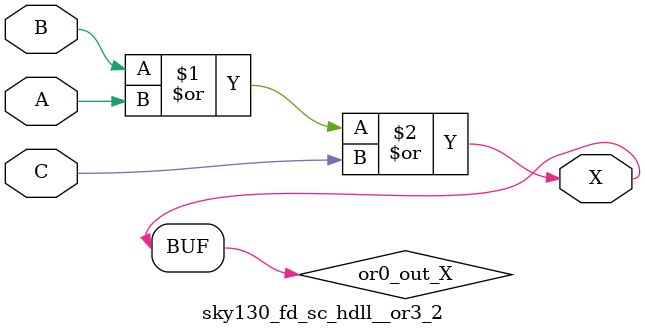
<source format=v>
/*
 * Copyright 2020 The SkyWater PDK Authors
 *
 * Licensed under the Apache License, Version 2.0 (the "License");
 * you may not use this file except in compliance with the License.
 * You may obtain a copy of the License at
 *
 *     https://www.apache.org/licenses/LICENSE-2.0
 *
 * Unless required by applicable law or agreed to in writing, software
 * distributed under the License is distributed on an "AS IS" BASIS,
 * WITHOUT WARRANTIES OR CONDITIONS OF ANY KIND, either express or implied.
 * See the License for the specific language governing permissions and
 * limitations under the License.
 *
 * SPDX-License-Identifier: Apache-2.0
*/


`ifndef SKY130_FD_SC_HDLL__OR3_2_FUNCTIONAL_V
`define SKY130_FD_SC_HDLL__OR3_2_FUNCTIONAL_V

/**
 * or3: 3-input OR.
 *
 * Verilog simulation functional model.
 */

`timescale 1ns / 1ps
`default_nettype none

`celldefine
module sky130_fd_sc_hdll__or3_2 (
    X,
    A,
    B,
    C
);

    // Module ports
    output X;
    input  A;
    input  B;
    input  C;

    // Local signals
    wire or0_out_X;

    //  Name  Output     Other arguments
    or  or0  (or0_out_X, B, A, C        );
    buf buf0 (X        , or0_out_X      );

endmodule
`endcelldefine

`default_nettype wire
`endif  // SKY130_FD_SC_HDLL__OR3_2_FUNCTIONAL_V

</source>
